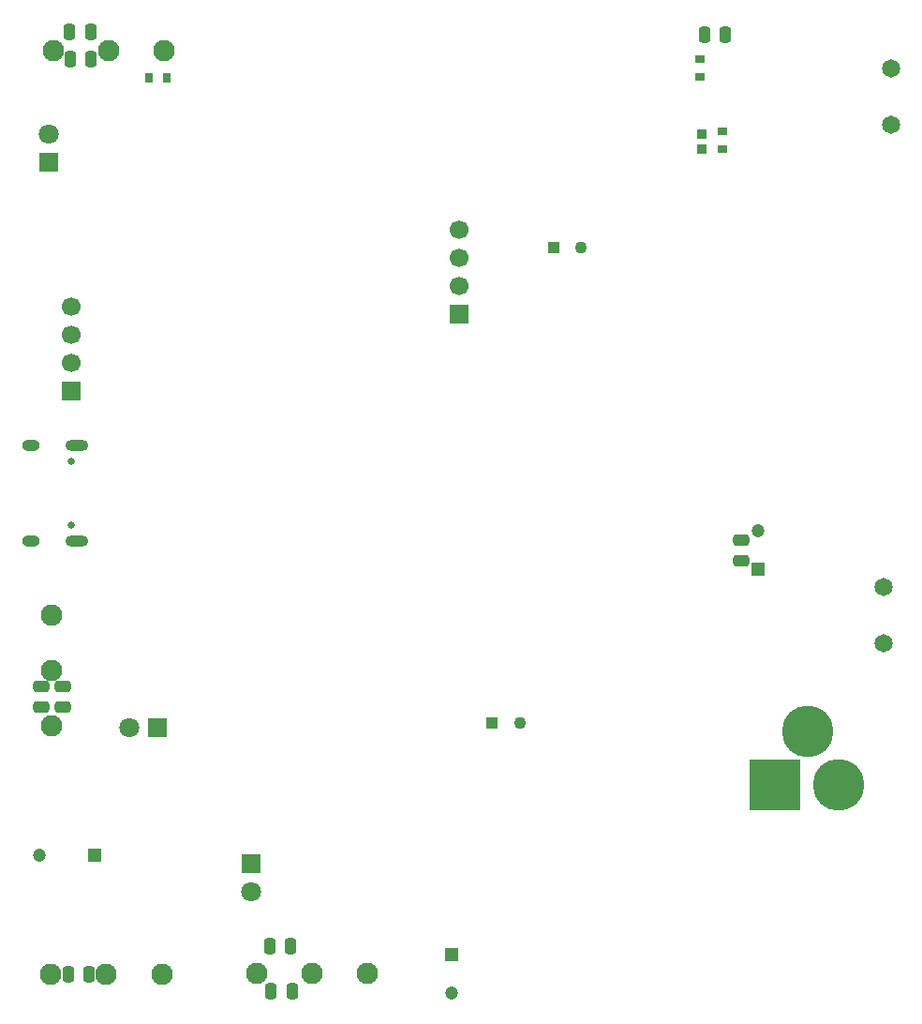
<source format=gbs>
%TF.GenerationSoftware,KiCad,Pcbnew,9.0.7*%
%TF.CreationDate,2026-02-25T22:30:07-06:00*%
%TF.ProjectId,circle_of_life,63697263-6c65-45f6-9f66-5f6c6966652e,rev?*%
%TF.SameCoordinates,Original*%
%TF.FileFunction,Soldermask,Bot*%
%TF.FilePolarity,Negative*%
%FSLAX46Y46*%
G04 Gerber Fmt 4.6, Leading zero omitted, Abs format (unit mm)*
G04 Created by KiCad (PCBNEW 9.0.7) date 2026-02-25 22:30:07*
%MOMM*%
%LPD*%
G01*
G04 APERTURE LIST*
G04 Aperture macros list*
%AMRoundRect*
0 Rectangle with rounded corners*
0 $1 Rounding radius*
0 $2 $3 $4 $5 $6 $7 $8 $9 X,Y pos of 4 corners*
0 Add a 4 corners polygon primitive as box body*
4,1,4,$2,$3,$4,$5,$6,$7,$8,$9,$2,$3,0*
0 Add four circle primitives for the rounded corners*
1,1,$1+$1,$2,$3*
1,1,$1+$1,$4,$5*
1,1,$1+$1,$6,$7*
1,1,$1+$1,$8,$9*
0 Add four rect primitives between the rounded corners*
20,1,$1+$1,$2,$3,$4,$5,0*
20,1,$1+$1,$4,$5,$6,$7,0*
20,1,$1+$1,$6,$7,$8,$9,0*
20,1,$1+$1,$8,$9,$2,$3,0*%
G04 Aperture macros list end*
%ADD10R,1.700000X1.700000*%
%ADD11C,1.700000*%
%ADD12C,0.650000*%
%ADD13O,2.100000X1.000000*%
%ADD14O,1.600000X1.000000*%
%ADD15C,1.950000*%
%ADD16R,1.200000X1.200000*%
%ADD17C,1.200000*%
%ADD18R,4.650000X4.650000*%
%ADD19C,4.650000*%
%ADD20C,1.650000*%
%ADD21R,1.800000X1.800000*%
%ADD22C,1.800000*%
%ADD23R,1.100000X1.100000*%
%ADD24C,1.100000*%
%ADD25R,0.950000X0.800000*%
%ADD26RoundRect,0.250000X-0.250000X-0.475000X0.250000X-0.475000X0.250000X0.475000X-0.250000X0.475000X0*%
%ADD27RoundRect,0.250000X0.475000X-0.250000X0.475000X0.250000X-0.475000X0.250000X-0.475000X-0.250000X0*%
%ADD28R,0.940000X0.810000*%
%ADD29RoundRect,0.250000X0.250000X0.475000X-0.250000X0.475000X-0.250000X-0.475000X0.250000X-0.475000X0*%
%ADD30R,0.800000X0.950000*%
%ADD31RoundRect,0.250000X-0.475000X0.250000X-0.475000X-0.250000X0.475000X-0.250000X0.475000X0.250000X0*%
G04 APERTURE END LIST*
D10*
%TO.C,J7*%
X128900000Y-134700000D03*
D11*
X128900000Y-132160000D03*
X128900000Y-129620000D03*
X128900000Y-127080000D03*
%TD*%
D12*
%TO.C,P1*%
X93830000Y-147970000D03*
X93830000Y-153750000D03*
D13*
X94360000Y-146540000D03*
D14*
X90180000Y-146540000D03*
D13*
X94360000Y-155180000D03*
D14*
X90180000Y-155180000D03*
%TD*%
D15*
%TO.C,J4*%
X92080000Y-171900000D03*
X92080000Y-166900000D03*
X92080000Y-161900000D03*
%TD*%
D10*
%TO.C,J8*%
X93800000Y-141620000D03*
D11*
X93800000Y-139080000D03*
X93800000Y-136540000D03*
X93800000Y-134000000D03*
%TD*%
D15*
%TO.C,J6*%
X92230000Y-110950000D03*
X97230000Y-110950000D03*
X102230000Y-110950000D03*
%TD*%
D16*
%TO.C,C36*%
X128200000Y-192500000D03*
D17*
X128200000Y-196000000D03*
%TD*%
D16*
%TO.C,C12*%
X155850000Y-157780000D03*
D17*
X155850000Y-154280000D03*
%TD*%
D18*
%TO.C,J3*%
X157400000Y-177200000D03*
D19*
X163200000Y-177200000D03*
X160400000Y-172400000D03*
%TD*%
D15*
%TO.C,J2*%
X92000000Y-194300000D03*
X97000000Y-194300000D03*
X102000000Y-194300000D03*
%TD*%
D20*
%TO.C,J11*%
X167931944Y-117649586D03*
X167931944Y-112569586D03*
%TD*%
D21*
%TO.C,D5*%
X91790000Y-120990000D03*
D22*
X91790000Y-118450000D03*
%TD*%
D15*
%TO.C,J5*%
X110600000Y-194200000D03*
X115600000Y-194200000D03*
X120600000Y-194200000D03*
%TD*%
D21*
%TO.C,D6*%
X110090000Y-184300000D03*
D22*
X110090000Y-186840000D03*
%TD*%
D21*
%TO.C,D7*%
X101640000Y-172060000D03*
D22*
X99100000Y-172060000D03*
%TD*%
D20*
%TO.C,J1*%
X167200000Y-159360000D03*
X167200000Y-164440000D03*
%TD*%
D16*
%TO.C,C13*%
X95975000Y-183550000D03*
D17*
X90975000Y-183550000D03*
%TD*%
D23*
%TO.C,C37*%
X137400000Y-128700000D03*
D24*
X139900000Y-128700000D03*
%TD*%
D23*
%TO.C,C29*%
X131850000Y-171600000D03*
D24*
X134350000Y-171600000D03*
%TD*%
D25*
%TO.C,R17*%
X150600000Y-113310000D03*
X150600000Y-111710000D03*
%TD*%
D26*
%TO.C,C34*%
X93700000Y-109220000D03*
X95600000Y-109220000D03*
%TD*%
D27*
%TO.C,C16*%
X154400000Y-156980000D03*
X154400000Y-155080000D03*
%TD*%
D28*
%TO.C,C22*%
X150800000Y-119800000D03*
X150800000Y-118460000D03*
%TD*%
D26*
%TO.C,C35*%
X93740000Y-111700000D03*
X95640000Y-111700000D03*
%TD*%
D29*
%TO.C,C25*%
X152935796Y-109510000D03*
X151035796Y-109510000D03*
%TD*%
D25*
%TO.C,R16*%
X152700000Y-118200000D03*
X152700000Y-119800000D03*
%TD*%
D29*
%TO.C,C32*%
X113780000Y-195800000D03*
X111880000Y-195800000D03*
%TD*%
D30*
%TO.C,R2*%
X100880000Y-113400000D03*
X102480000Y-113400000D03*
%TD*%
D29*
%TO.C,C14*%
X95450000Y-194300000D03*
X93550000Y-194300000D03*
%TD*%
D31*
%TO.C,C30*%
X93100000Y-168320000D03*
X93100000Y-170220000D03*
%TD*%
%TO.C,C31*%
X91100000Y-168320000D03*
X91100000Y-170220000D03*
%TD*%
D29*
%TO.C,C33*%
X113660000Y-191800000D03*
X111760000Y-191800000D03*
%TD*%
M02*

</source>
